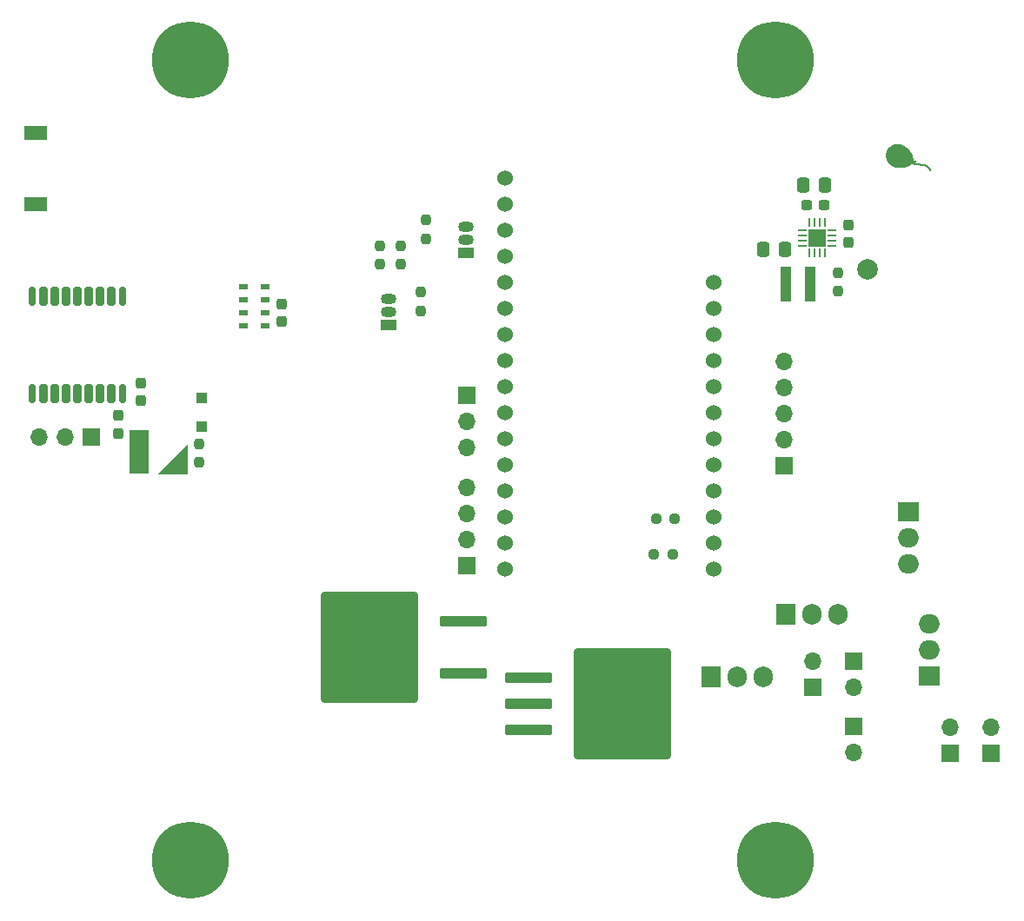
<source format=gts>
G04 #@! TF.GenerationSoftware,KiCad,Pcbnew,8.0.1*
G04 #@! TF.CreationDate,2024-10-28T21:29:32-04:00*
G04 #@! TF.ProjectId,GHOUL-CloudCruiser,47484f55-4c2d-4436-9c6f-756443727569,rev?*
G04 #@! TF.SameCoordinates,Original*
G04 #@! TF.FileFunction,Soldermask,Top*
G04 #@! TF.FilePolarity,Negative*
%FSLAX46Y46*%
G04 Gerber Fmt 4.6, Leading zero omitted, Abs format (unit mm)*
G04 Created by KiCad (PCBNEW 8.0.1) date 2024-10-28 21:29:32*
%MOMM*%
%LPD*%
G01*
G04 APERTURE LIST*
G04 Aperture macros list*
%AMRoundRect*
0 Rectangle with rounded corners*
0 $1 Rounding radius*
0 $2 $3 $4 $5 $6 $7 $8 $9 X,Y pos of 4 corners*
0 Add a 4 corners polygon primitive as box body*
4,1,4,$2,$3,$4,$5,$6,$7,$8,$9,$2,$3,0*
0 Add four circle primitives for the rounded corners*
1,1,$1+$1,$2,$3*
1,1,$1+$1,$4,$5*
1,1,$1+$1,$6,$7*
1,1,$1+$1,$8,$9*
0 Add four rect primitives between the rounded corners*
20,1,$1+$1,$2,$3,$4,$5,0*
20,1,$1+$1,$4,$5,$6,$7,0*
20,1,$1+$1,$6,$7,$8,$9,0*
20,1,$1+$1,$8,$9,$2,$3,0*%
G04 Aperture macros list end*
%ADD10C,0.182463*%
%ADD11C,0.002645*%
%ADD12C,0.000100*%
%ADD13C,7.500000*%
%ADD14R,0.980000X3.400000*%
%ADD15R,1.700000X1.700000*%
%ADD16O,1.700000X1.700000*%
%ADD17RoundRect,0.237500X-0.250000X-0.237500X0.250000X-0.237500X0.250000X0.237500X-0.250000X0.237500X0*%
%ADD18RoundRect,0.237500X-0.237500X0.300000X-0.237500X-0.300000X0.237500X-0.300000X0.237500X0.300000X0*%
%ADD19RoundRect,0.237500X0.237500X-0.250000X0.237500X0.250000X-0.237500X0.250000X-0.237500X-0.250000X0*%
%ADD20R,1.905000X2.000000*%
%ADD21O,1.905000X2.000000*%
%ADD22R,2.259800X1.362800*%
%ADD23C,2.000000*%
%ADD24R,1.500000X1.050000*%
%ADD25O,1.500000X1.050000*%
%ADD26RoundRect,0.237500X-0.300000X-0.237500X0.300000X-0.237500X0.300000X0.237500X-0.300000X0.237500X0*%
%ADD27R,0.950000X0.550000*%
%ADD28RoundRect,0.237500X0.237500X-0.300000X0.237500X0.300000X-0.237500X0.300000X-0.237500X-0.300000X0*%
%ADD29RoundRect,0.062500X0.062500X-0.350000X0.062500X0.350000X-0.062500X0.350000X-0.062500X-0.350000X0*%
%ADD30RoundRect,0.062500X0.350000X-0.062500X0.350000X0.062500X-0.350000X0.062500X-0.350000X-0.062500X0*%
%ADD31R,1.680000X1.680000*%
%ADD32RoundRect,0.175000X0.175000X-0.725000X0.175000X0.725000X-0.175000X0.725000X-0.175000X-0.725000X0*%
%ADD33RoundRect,0.200000X0.200000X-0.700000X0.200000X0.700000X-0.200000X0.700000X-0.200000X-0.700000X0*%
%ADD34RoundRect,0.250000X-0.337500X-0.475000X0.337500X-0.475000X0.337500X0.475000X-0.337500X0.475000X0*%
%ADD35RoundRect,0.250000X0.300000X-0.300000X0.300000X0.300000X-0.300000X0.300000X-0.300000X-0.300000X0*%
%ADD36C,1.524000*%
%ADD37RoundRect,0.102000X-0.850000X2.050000X-0.850000X-2.050000X0.850000X-2.050000X0.850000X2.050000X0*%
%ADD38RoundRect,0.250000X-2.050000X-0.300000X2.050000X-0.300000X2.050000X0.300000X-2.050000X0.300000X0*%
%ADD39RoundRect,0.250002X-4.449998X-5.149998X4.449998X-5.149998X4.449998X5.149998X-4.449998X5.149998X0*%
%ADD40R,2.000000X1.905000*%
%ADD41O,2.000000X1.905000*%
%ADD42RoundRect,0.250000X2.050000X0.300000X-2.050000X0.300000X-2.050000X-0.300000X2.050000X-0.300000X0*%
%ADD43RoundRect,0.250002X4.449998X5.149998X-4.449998X5.149998X-4.449998X-5.149998X4.449998X-5.149998X0*%
%ADD44RoundRect,0.237500X-0.237500X0.250000X-0.237500X-0.250000X0.237500X-0.250000X0.237500X0.250000X0*%
%ADD45RoundRect,0.250000X0.337500X0.475000X-0.337500X0.475000X-0.337500X-0.475000X0.337500X-0.475000X0*%
G04 APERTURE END LIST*
D10*
X188500721Y-64986092D02*
X188507524Y-64991864D01*
X188507524Y-64991864D02*
X188527270Y-65007484D01*
X188527270Y-65007484D02*
X188541686Y-65018194D01*
X188541686Y-65018194D02*
X188558964Y-65030413D01*
X188558964Y-65030413D02*
X188578980Y-65043824D01*
X188578980Y-65043824D02*
X188601610Y-65058109D01*
X188601610Y-65058109D02*
X188626730Y-65072951D01*
X188626730Y-65072951D02*
X188654214Y-65088032D01*
X188654214Y-65088032D02*
X188668805Y-65095563D01*
X188668805Y-65095563D02*
X188683940Y-65103035D01*
X188683940Y-65103035D02*
X188699604Y-65110407D01*
X188699604Y-65110407D02*
X188715781Y-65117641D01*
X188715781Y-65117641D02*
X188732457Y-65124696D01*
X188732457Y-65124696D02*
X188749615Y-65131533D01*
X188749615Y-65131533D02*
X188767240Y-65138113D01*
X188767240Y-65138113D02*
X188785316Y-65144395D01*
X188785316Y-65144395D02*
X188803829Y-65150339D01*
X188803829Y-65150339D02*
X188822761Y-65155907D01*
X188822761Y-65155907D02*
X188842098Y-65161058D01*
X188842098Y-65161058D02*
X188861824Y-65165752D01*
X188861824Y-65165752D02*
X188861824Y-65165752D01*
X188861824Y-65165752D02*
X188889945Y-65170904D01*
X188889945Y-65170904D02*
X188923706Y-65175253D01*
X188923706Y-65175253D02*
X189005318Y-65182173D01*
X189005318Y-65182173D02*
X189205029Y-65193285D01*
X189205029Y-65193285D02*
X189311777Y-65199983D01*
X189311777Y-65199983D02*
X189415554Y-65209113D01*
X189415554Y-65209113D02*
X189464555Y-65214982D01*
X189464555Y-65214982D02*
X189510685Y-65221930D01*
X189510685Y-65221930D02*
X189553233Y-65230111D01*
X189553233Y-65230111D02*
X189591492Y-65239685D01*
X189591492Y-65239685D02*
X189591492Y-65239685D01*
X189591492Y-65239685D02*
X189613267Y-65246914D01*
X189613267Y-65246914D02*
X189635413Y-65256101D01*
X189635413Y-65256101D02*
X189657861Y-65267100D01*
X189657861Y-65267100D02*
X189680542Y-65279770D01*
X189680542Y-65279770D02*
X189703385Y-65293965D01*
X189703385Y-65293965D02*
X189726321Y-65309544D01*
X189726321Y-65309544D02*
X189772194Y-65344278D01*
X189772194Y-65344278D02*
X189817601Y-65382824D01*
X189817601Y-65382824D02*
X189861987Y-65424035D01*
X189861987Y-65424035D02*
X189904792Y-65466764D01*
X189904792Y-65466764D02*
X189945459Y-65509865D01*
X189945459Y-65509865D02*
X189983430Y-65552190D01*
X189983430Y-65552190D02*
X190018148Y-65592593D01*
X190018148Y-65592593D02*
X190075593Y-65663044D01*
X190075593Y-65663044D02*
X190126903Y-65730415D01*
D11*
X188631478Y-64836126D02*
X188485296Y-65171859D01*
X188186105Y-64941743D01*
X188259209Y-64773875D01*
X188631478Y-64836126D01*
G36*
X188631478Y-64836126D02*
G01*
X188485296Y-65171859D01*
X188186105Y-64941743D01*
X188259209Y-64773875D01*
X188631478Y-64836126D01*
G37*
X186957518Y-63181794D02*
X187011926Y-63186574D01*
X187066333Y-63194051D01*
X187120644Y-63204263D01*
X187174766Y-63217244D01*
X187228604Y-63233030D01*
X187282064Y-63251657D01*
X187335052Y-63273161D01*
X187439981Y-63324845D01*
X187546035Y-63388659D01*
X187651709Y-63463424D01*
X187755499Y-63547957D01*
X187855901Y-63641078D01*
X187951411Y-63741605D01*
X188040525Y-63848357D01*
X188121739Y-63960152D01*
X188193550Y-64075809D01*
X188225458Y-64134717D01*
X188254452Y-64194147D01*
X188280342Y-64253952D01*
X188302942Y-64313984D01*
X188322062Y-64374096D01*
X188337516Y-64434140D01*
X188349114Y-64493967D01*
X188356669Y-64553432D01*
X188359994Y-64612385D01*
X188358899Y-64670680D01*
X188353197Y-64728168D01*
X188342701Y-64784701D01*
X188327221Y-64840134D01*
X188306570Y-64894316D01*
X188280974Y-64946344D01*
X188250940Y-64995438D01*
X188216705Y-65041636D01*
X188178505Y-65084973D01*
X188136576Y-65125487D01*
X188091155Y-65163215D01*
X188042477Y-65198195D01*
X187990779Y-65230462D01*
X187936297Y-65260055D01*
X187879267Y-65287010D01*
X187758507Y-65333154D01*
X187630389Y-65369191D01*
X187496803Y-65395416D01*
X187359637Y-65412127D01*
X187220782Y-65419618D01*
X187082125Y-65418187D01*
X186945557Y-65408129D01*
X186812967Y-65389741D01*
X186686245Y-65363318D01*
X186567278Y-65329157D01*
X186457958Y-65287553D01*
X186380864Y-65250474D01*
X186307828Y-65208312D01*
X186238979Y-65161383D01*
X186174444Y-65110003D01*
X186114351Y-65054484D01*
X186058830Y-64995144D01*
X186008008Y-64932296D01*
X185962012Y-64866255D01*
X185920971Y-64797338D01*
X185885014Y-64725857D01*
X185854268Y-64652129D01*
X185828861Y-64576468D01*
X185808922Y-64499190D01*
X185794578Y-64420609D01*
X185785957Y-64341040D01*
X185783189Y-64260798D01*
X185783588Y-64233956D01*
X185784655Y-64207087D01*
X185786395Y-64180200D01*
X185788812Y-64153310D01*
X185791912Y-64126426D01*
X185795700Y-64099561D01*
X185800180Y-64072726D01*
X185805358Y-64045933D01*
X185811238Y-64019194D01*
X185817826Y-63992520D01*
X185825126Y-63965923D01*
X185833144Y-63939415D01*
X185841883Y-63913007D01*
X185851350Y-63886711D01*
X185861549Y-63860538D01*
X185872486Y-63834501D01*
X185896307Y-63783457D01*
X185922482Y-63734218D01*
X185950917Y-63686817D01*
X185981517Y-63641292D01*
X186014189Y-63597678D01*
X186048837Y-63556010D01*
X186085369Y-63516326D01*
X186123689Y-63478659D01*
X186163704Y-63443047D01*
X186205319Y-63409524D01*
X186248440Y-63378128D01*
X186292973Y-63348892D01*
X186338823Y-63321854D01*
X186385897Y-63297049D01*
X186434101Y-63274512D01*
X186483339Y-63254280D01*
X186533518Y-63236388D01*
X186584544Y-63220872D01*
X186636322Y-63207768D01*
X186688759Y-63197111D01*
X186741760Y-63188938D01*
X186795230Y-63183284D01*
X186849076Y-63180185D01*
X186903204Y-63179676D01*
X186957518Y-63181794D01*
G36*
X186957518Y-63181794D02*
G01*
X187011926Y-63186574D01*
X187066333Y-63194051D01*
X187120644Y-63204263D01*
X187174766Y-63217244D01*
X187228604Y-63233030D01*
X187282064Y-63251657D01*
X187335052Y-63273161D01*
X187439981Y-63324845D01*
X187546035Y-63388659D01*
X187651709Y-63463424D01*
X187755499Y-63547957D01*
X187855901Y-63641078D01*
X187951411Y-63741605D01*
X188040525Y-63848357D01*
X188121739Y-63960152D01*
X188193550Y-64075809D01*
X188225458Y-64134717D01*
X188254452Y-64194147D01*
X188280342Y-64253952D01*
X188302942Y-64313984D01*
X188322062Y-64374096D01*
X188337516Y-64434140D01*
X188349114Y-64493967D01*
X188356669Y-64553432D01*
X188359994Y-64612385D01*
X188358899Y-64670680D01*
X188353197Y-64728168D01*
X188342701Y-64784701D01*
X188327221Y-64840134D01*
X188306570Y-64894316D01*
X188280974Y-64946344D01*
X188250940Y-64995438D01*
X188216705Y-65041636D01*
X188178505Y-65084973D01*
X188136576Y-65125487D01*
X188091155Y-65163215D01*
X188042477Y-65198195D01*
X187990779Y-65230462D01*
X187936297Y-65260055D01*
X187879267Y-65287010D01*
X187758507Y-65333154D01*
X187630389Y-65369191D01*
X187496803Y-65395416D01*
X187359637Y-65412127D01*
X187220782Y-65419618D01*
X187082125Y-65418187D01*
X186945557Y-65408129D01*
X186812967Y-65389741D01*
X186686245Y-65363318D01*
X186567278Y-65329157D01*
X186457958Y-65287553D01*
X186380864Y-65250474D01*
X186307828Y-65208312D01*
X186238979Y-65161383D01*
X186174444Y-65110003D01*
X186114351Y-65054484D01*
X186058830Y-64995144D01*
X186008008Y-64932296D01*
X185962012Y-64866255D01*
X185920971Y-64797338D01*
X185885014Y-64725857D01*
X185854268Y-64652129D01*
X185828861Y-64576468D01*
X185808922Y-64499190D01*
X185794578Y-64420609D01*
X185785957Y-64341040D01*
X185783189Y-64260798D01*
X185783588Y-64233956D01*
X185784655Y-64207087D01*
X185786395Y-64180200D01*
X185788812Y-64153310D01*
X185791912Y-64126426D01*
X185795700Y-64099561D01*
X185800180Y-64072726D01*
X185805358Y-64045933D01*
X185811238Y-64019194D01*
X185817826Y-63992520D01*
X185825126Y-63965923D01*
X185833144Y-63939415D01*
X185841883Y-63913007D01*
X185851350Y-63886711D01*
X185861549Y-63860538D01*
X185872486Y-63834501D01*
X185896307Y-63783457D01*
X185922482Y-63734218D01*
X185950917Y-63686817D01*
X185981517Y-63641292D01*
X186014189Y-63597678D01*
X186048837Y-63556010D01*
X186085369Y-63516326D01*
X186123689Y-63478659D01*
X186163704Y-63443047D01*
X186205319Y-63409524D01*
X186248440Y-63378128D01*
X186292973Y-63348892D01*
X186338823Y-63321854D01*
X186385897Y-63297049D01*
X186434101Y-63274512D01*
X186483339Y-63254280D01*
X186533518Y-63236388D01*
X186584544Y-63220872D01*
X186636322Y-63207768D01*
X186688759Y-63197111D01*
X186741760Y-63188938D01*
X186795230Y-63183284D01*
X186849076Y-63180185D01*
X186903204Y-63179676D01*
X186957518Y-63181794D01*
G37*
D12*
X117700000Y-95300000D02*
X114900000Y-95300000D01*
X117700000Y-92500000D01*
X117700000Y-95300000D01*
G36*
X117700000Y-95300000D02*
G01*
X114900000Y-95300000D01*
X117700000Y-92500000D01*
X117700000Y-95300000D01*
G37*
D13*
X175000000Y-55000000D03*
X175000000Y-133000000D03*
X118000000Y-133000000D03*
X118000000Y-55000000D03*
D14*
X178385000Y-76800000D03*
X176015000Y-76800000D03*
D15*
X182600000Y-119925000D03*
D16*
X182600000Y-122465000D03*
D17*
X163187500Y-103200000D03*
X165012500Y-103200000D03*
D18*
X113250000Y-86437500D03*
X113250000Y-88162500D03*
D19*
X118850000Y-94212500D03*
X118850000Y-92387500D03*
D18*
X111050000Y-89637500D03*
X111050000Y-91362500D03*
D20*
X168786676Y-115125802D03*
D21*
X171326676Y-115125802D03*
X173866676Y-115125802D03*
D22*
X103000000Y-69000000D03*
X103000000Y-62074598D03*
D23*
X184000000Y-75400000D03*
D19*
X181100000Y-77512500D03*
X181100000Y-75687500D03*
D24*
X144860000Y-73770000D03*
D25*
X144860000Y-72500000D03*
X144860000Y-71230000D03*
D15*
X145000000Y-104290000D03*
D16*
X145000000Y-101750000D03*
X145000000Y-99210000D03*
X145000000Y-96670000D03*
D15*
X108400000Y-91750000D03*
D16*
X105860000Y-91750000D03*
X103320000Y-91750000D03*
D15*
X182600000Y-113600000D03*
D16*
X182600000Y-116140000D03*
D26*
X178037500Y-69100000D03*
X179762500Y-69100000D03*
D17*
X163387500Y-99700000D03*
X165212500Y-99700000D03*
D27*
X125350000Y-80850000D03*
X125350000Y-79600000D03*
X125350000Y-78350000D03*
X125350000Y-77100000D03*
X123200000Y-77100000D03*
X123200000Y-78350000D03*
X123200000Y-79600000D03*
X123200000Y-80850000D03*
D24*
X137360000Y-80770000D03*
D25*
X137360000Y-79500000D03*
X137360000Y-78230000D03*
D15*
X196000000Y-122540000D03*
D16*
X196000000Y-120000000D03*
D28*
X182100000Y-72762500D03*
X182100000Y-71037500D03*
D15*
X145000000Y-87670000D03*
D16*
X145000000Y-90210000D03*
X145000000Y-92750000D03*
D19*
X141000000Y-72412500D03*
X141000000Y-70587500D03*
D29*
X178350000Y-73775000D03*
X178850000Y-73775000D03*
X179350000Y-73775000D03*
X179850000Y-73775000D03*
D30*
X180562500Y-73062500D03*
X180562500Y-72562500D03*
X180562500Y-72062500D03*
X180562500Y-71562500D03*
D29*
X179850000Y-70850000D03*
X179350000Y-70850000D03*
X178850000Y-70850000D03*
X178350000Y-70850000D03*
D30*
X177637500Y-71562500D03*
X177637500Y-72062500D03*
X177637500Y-72562500D03*
X177637500Y-73062500D03*
D31*
X179100000Y-72312500D03*
D19*
X138500000Y-74912500D03*
X138500000Y-73087500D03*
D15*
X192000000Y-122540000D03*
D16*
X192000000Y-120000000D03*
D32*
X102600000Y-87500000D03*
D33*
X103700000Y-87500000D03*
X104800000Y-87500000D03*
X105900000Y-87500000D03*
X107000000Y-87500000D03*
X108100000Y-87500000D03*
X109200000Y-87500000D03*
X110300000Y-87500000D03*
D32*
X111400000Y-87500000D03*
X111400000Y-78000000D03*
D33*
X110300000Y-78000000D03*
X109200000Y-78000000D03*
X108100000Y-78000000D03*
X107000000Y-78000000D03*
X105900000Y-78000000D03*
X104800000Y-78000000D03*
X103700000Y-78000000D03*
D32*
X102600000Y-78000000D03*
D34*
X177762500Y-67200000D03*
X179837500Y-67200000D03*
D19*
X140500000Y-79412500D03*
X140500000Y-77587500D03*
D35*
X119150000Y-90700000D03*
X119150000Y-87900000D03*
D15*
X175900000Y-94500000D03*
D16*
X175900000Y-91960000D03*
X175900000Y-89420000D03*
X175900000Y-86880000D03*
X175900000Y-84340000D03*
D28*
X126950000Y-80462500D03*
X126950000Y-78737500D03*
D36*
X148680000Y-66510000D03*
X148680000Y-69050000D03*
X148680000Y-71590000D03*
X148680000Y-74130000D03*
X148680000Y-76670000D03*
X148680000Y-79210000D03*
X148680000Y-81750000D03*
X148680000Y-84290000D03*
X148680000Y-86830000D03*
X148680000Y-89370000D03*
X148680000Y-91910000D03*
X148680000Y-94450000D03*
X148680000Y-96990000D03*
X148680000Y-99530000D03*
X148680000Y-102070000D03*
X148680000Y-104610000D03*
X169000000Y-104610000D03*
X169000000Y-102070000D03*
X169000000Y-99530000D03*
X169000000Y-96990000D03*
X169000000Y-94450000D03*
X169000000Y-91910000D03*
X169000000Y-89370000D03*
X169000000Y-86830000D03*
X169000000Y-84290000D03*
X169000000Y-81750000D03*
X169000000Y-79210000D03*
X169000000Y-76670000D03*
D37*
X113050000Y-93150000D03*
D38*
X150950000Y-115160000D03*
X150950000Y-117700000D03*
D39*
X160100000Y-117700000D03*
D38*
X150950000Y-120240000D03*
D20*
X176000000Y-109000000D03*
D21*
X178540000Y-109000000D03*
X181080000Y-109000000D03*
D15*
X178700000Y-116100000D03*
D16*
X178700000Y-113560000D03*
D40*
X190000000Y-115000000D03*
D41*
X190000000Y-112460000D03*
X190000000Y-109920000D03*
D42*
X144650000Y-114790000D03*
D43*
X135500000Y-112250000D03*
D42*
X144650000Y-109710000D03*
D44*
X136500000Y-73087500D03*
X136500000Y-74912500D03*
D40*
X188000000Y-99000000D03*
D41*
X188000000Y-101540000D03*
X188000000Y-104080000D03*
D45*
X175937500Y-73400000D03*
X173862500Y-73400000D03*
M02*

</source>
